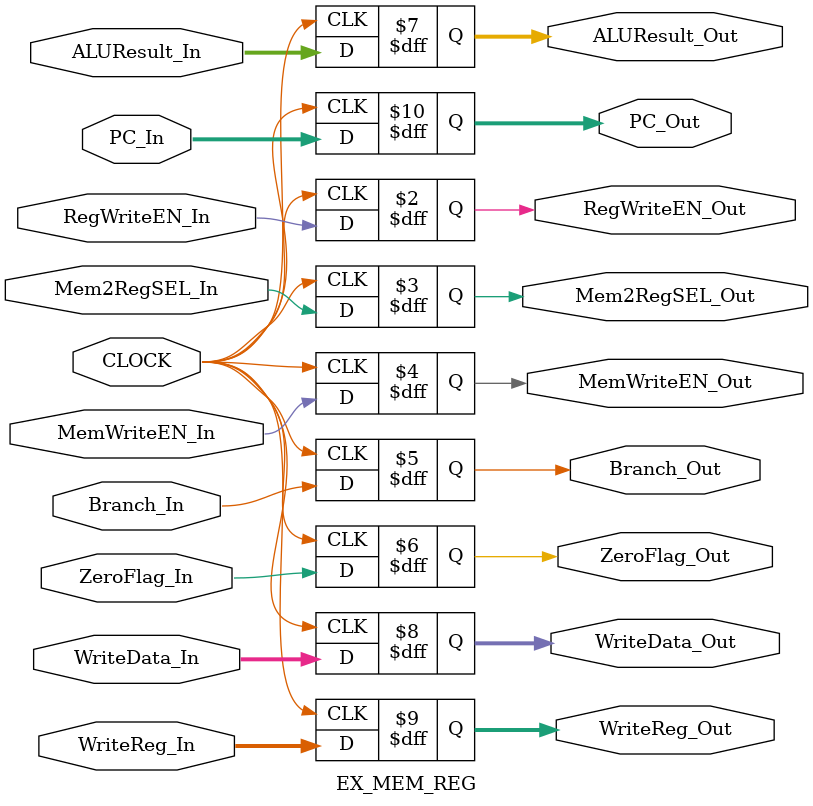
<source format=v>
module EX_MEM_REG(CLOCK,          
                  RegWriteEN_In,  //enable signal for register write
                  Mem2RegSEL_In,  //select signal between ALU result and memory output
                  MemWriteEN_In,  //enable signal for memory write
                  Branch_In,      //branch signal
                  ZeroFlag_In,
                  ALUResult_In,
                  WriteData_In,   //data to be written in memory
                  WriteReg_In,    //data to be written in register
                  PC_In,
                  RegWriteEN_Out,
                  Mem2RegSEL_Out,
                  MemWriteEN_Out,
                  Branch_Out,
                  ZeroFlag_Out,
                  ALUResult_Out,
                  WriteData_Out,
                  WriteReg_Out,
                  PC_Out);
    
    input CLOCK, RegWriteEN_In, Mem2RegSEL_In, MemWriteEN_In, Branch_In, ZeroFlag_In;
    input [31:0] ALUResult_In, WriteData_In, WriteReg_In, PC_In;
    output reg RegWriteEN_Out, Mem2RegSEL_Out, MemWriteEN_Out, Branch_Out, ZeroFlag_Out;
    output reg [31:0] ALUResult_Out, WriteData_Out, WriteReg_Out, PC_Out;
    
    always @ (posedge CLOCK) begin
        RegWriteEN_Out <= RegWriteEN_In;
        Mem2RegSEL_Out <= Mem2RegSEL_In;
        MemWriteEN_Out <= MemWriteEN_In;
        Branch_Out     <= Branch_In   ;
        ZeroFlag_Out   <= ZeroFlag_In;
        ALUResult_Out  <= ALUResult_In;
        WriteData_Out  <= WriteData_In;
        WriteReg_Out   <= WriteReg_In;
        PC_Out         <= PC_In  ;
    end
        endmodule

</source>
